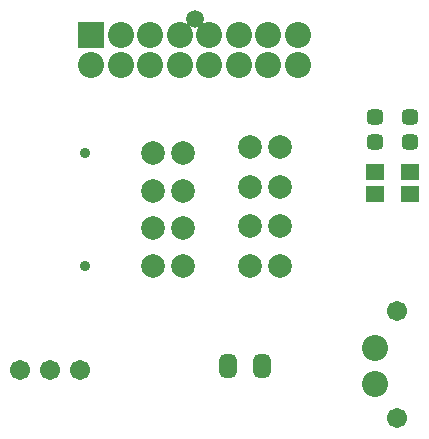
<source format=gts>
G04*
G04 #@! TF.GenerationSoftware,Altium Limited,Altium Designer,23.9.2 (47)*
G04*
G04 Layer_Color=8388736*
%FSLAX44Y44*%
%MOMM*%
G71*
G04*
G04 #@! TF.SameCoordinates,A89998BD-DD6A-42FD-B223-A906B6295702*
G04*
G04*
G04 #@! TF.FilePolarity,Negative*
G04*
G01*
G75*
%ADD16R,1.5532X1.3532*%
G04:AMPARAMS|DCode=17|XSize=1.4032mm|YSize=1.3032mm|CornerRadius=0.3766mm|HoleSize=0mm|Usage=FLASHONLY|Rotation=0.000|XOffset=0mm|YOffset=0mm|HoleType=Round|Shape=RoundedRectangle|*
%AMROUNDEDRECTD17*
21,1,1.4032,0.5500,0,0,0.0*
21,1,0.6500,1.3032,0,0,0.0*
1,1,0.7532,0.3250,-0.2750*
1,1,0.7532,-0.3250,-0.2750*
1,1,0.7532,-0.3250,0.2750*
1,1,0.7532,0.3250,0.2750*
%
%ADD17ROUNDEDRECTD17*%
G04:AMPARAMS|DCode=18|XSize=1.9532mm|YSize=1.4532mm|CornerRadius=0.4141mm|HoleSize=0mm|Usage=FLASHONLY|Rotation=270.000|XOffset=0mm|YOffset=0mm|HoleType=Round|Shape=RoundedRectangle|*
%AMROUNDEDRECTD18*
21,1,1.9532,0.6250,0,0,270.0*
21,1,1.1250,1.4532,0,0,270.0*
1,1,0.8282,-0.3125,-0.5625*
1,1,0.8282,-0.3125,0.5625*
1,1,0.8282,0.3125,0.5625*
1,1,0.8282,0.3125,-0.5625*
%
%ADD18ROUNDEDRECTD18*%
%ADD19C,2.0032*%
%ADD20C,2.2032*%
%ADD21R,2.2032X2.2032*%
%ADD22C,1.5032*%
%ADD23C,1.7032*%
%ADD24C,0.9032*%
D16*
X375000Y215750D02*
D03*
Y234250D02*
D03*
X345000Y215750D02*
D03*
Y234250D02*
D03*
D17*
X375000Y280500D02*
D03*
Y259500D02*
D03*
X345000Y280500D02*
D03*
Y259500D02*
D03*
D18*
X249250Y70000D02*
D03*
X220750D02*
D03*
D19*
X182700Y250000D02*
D03*
X157300D02*
D03*
X182700Y218333D02*
D03*
X157300D02*
D03*
X182700Y186667D02*
D03*
X157300D02*
D03*
X182700Y155000D02*
D03*
X157300D02*
D03*
X239600D02*
D03*
X265000D02*
D03*
X239600Y188333D02*
D03*
X265000D02*
D03*
X239600Y221667D02*
D03*
X265000D02*
D03*
X239600Y255000D02*
D03*
X265000D02*
D03*
D20*
X345000Y55000D02*
D03*
Y85000D02*
D03*
X280000Y350000D02*
D03*
X205000D02*
D03*
X180000D02*
D03*
X155000D02*
D03*
X130000D02*
D03*
X280000Y325000D02*
D03*
X180000D02*
D03*
X155000D02*
D03*
X130000D02*
D03*
X205000D02*
D03*
X230000D02*
D03*
X255000Y350000D02*
D03*
Y325000D02*
D03*
X230000Y350000D02*
D03*
X105000Y325000D02*
D03*
D21*
Y350000D02*
D03*
D22*
X192500Y363805D02*
D03*
D23*
X70400Y66270D02*
D03*
X45000D02*
D03*
X95800D02*
D03*
X364000Y25500D02*
D03*
X364000Y116500D02*
D03*
D24*
X100000Y155000D02*
D03*
Y250000D02*
D03*
M02*

</source>
